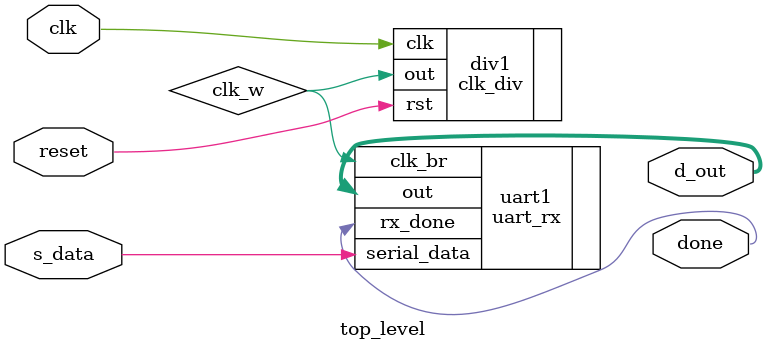
<source format=v>
module top_level
	(
	input clk,
	input reset,
	input s_data,
	output done,
	output [7:0] d_out
	);

wire clk_w;

clk_div #(.CNT(16)) div1
	(.clk(clk),
	 .rst(reset),
	 .out(clk_w)
);

uart_rx uart1 (
	.clk_br(clk_w),
	.serial_data(s_data),
	.rx_done(done),
	.out(d_out)
);


endmodule

</source>
